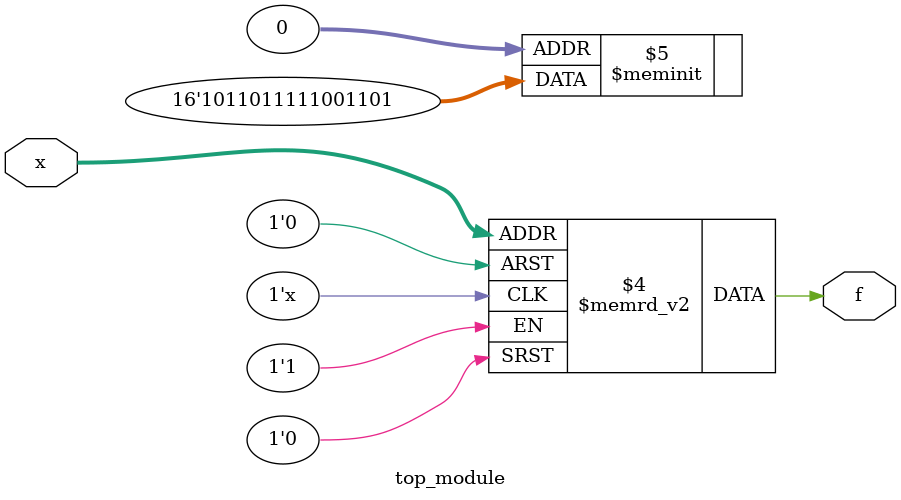
<source format=sv>
module top_module (
    input [4:1] x,
    output logic f
);

    always_comb begin
        case (x)
            4'b00_00: f = 1;
            4'b00_01: f = 0;
            4'b00_11: f = 1;
            4'b00_10: f = 1;
            4'b01_00: f = 0;
            4'b01_01: f = 0;
            4'b01_11: f = 1;
            4'b01_10: f = 1;
            4'b11_00: f = 1;
            4'b11_01: f = 1;
            4'b11_11: f = 1;
            4'b11_10: f = 0;
            4'b10_00: f = 1;
            4'b10_01: f = 1;
            4'b10_11: f = 0;
            4'b10_10: f = 1;
        endcase
    end

endmodule

</source>
